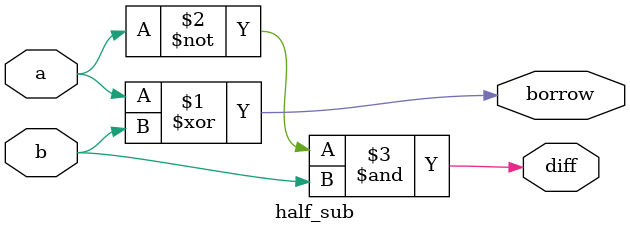
<source format=v>
module half_sub(a,b,borrow,diff);
  
  input a,b;
  
  output borrow,diff;
  
  assign borrow = a^b;
    
  assign diff = ~a&b;
      
endmodule

</source>
